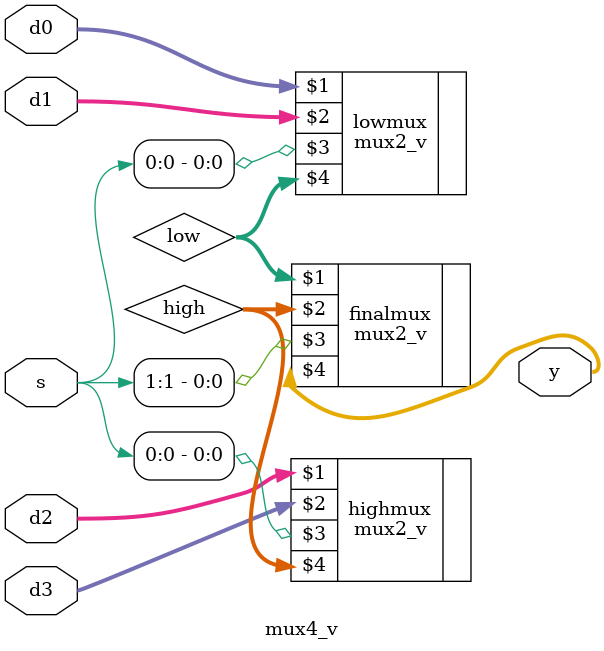
<source format=v>
module mux4_v
(
input [3:0] d0, d1, d2, d3,
input [1:0] s,
output [3:0] y
);

wire [3:0] low, high;

mux2_v lowmux (d0, d1, s[0], low);
mux2_v highmux (d2, d3, s[0], high);
mux2_v finalmux (low, high, s[1], y);

endmodule
</source>
